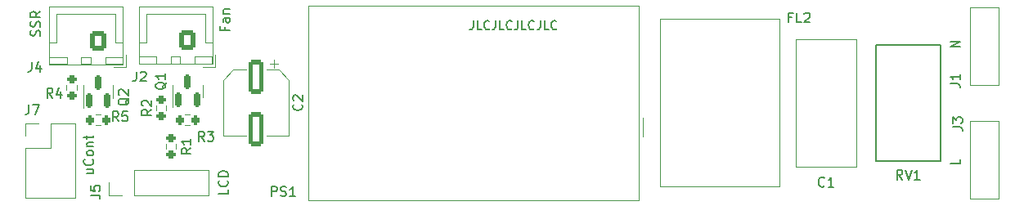
<source format=gbr>
%TF.GenerationSoftware,KiCad,Pcbnew,7.0.5-4d25ed1034~172~ubuntu22.04.1*%
%TF.CreationDate,2023-06-13T21:54:26+03:00*%
%TF.ProjectId,SolderPlate_Power,536f6c64-6572-4506-9c61-74655f506f77,1.0*%
%TF.SameCoordinates,Original*%
%TF.FileFunction,Legend,Top*%
%TF.FilePolarity,Positive*%
%FSLAX46Y46*%
G04 Gerber Fmt 4.6, Leading zero omitted, Abs format (unit mm)*
G04 Created by KiCad (PCBNEW 7.0.5-4d25ed1034~172~ubuntu22.04.1) date 2023-06-13 21:54:26*
%MOMM*%
%LPD*%
G01*
G04 APERTURE LIST*
G04 Aperture macros list*
%AMRoundRect*
0 Rectangle with rounded corners*
0 $1 Rounding radius*
0 $2 $3 $4 $5 $6 $7 $8 $9 X,Y pos of 4 corners*
0 Add a 4 corners polygon primitive as box body*
4,1,4,$2,$3,$4,$5,$6,$7,$8,$9,$2,$3,0*
0 Add four circle primitives for the rounded corners*
1,1,$1+$1,$2,$3*
1,1,$1+$1,$4,$5*
1,1,$1+$1,$6,$7*
1,1,$1+$1,$8,$9*
0 Add four rect primitives between the rounded corners*
20,1,$1+$1,$2,$3,$4,$5,0*
20,1,$1+$1,$4,$5,$6,$7,0*
20,1,$1+$1,$6,$7,$8,$9,0*
20,1,$1+$1,$8,$9,$2,$3,0*%
G04 Aperture macros list end*
%ADD10C,0.150000*%
%ADD11C,0.120000*%
%ADD12C,2.600000*%
%ADD13RoundRect,0.150000X0.150000X-0.587500X0.150000X0.587500X-0.150000X0.587500X-0.150000X-0.587500X0*%
%ADD14RoundRect,0.200000X0.200000X0.275000X-0.200000X0.275000X-0.200000X-0.275000X0.200000X-0.275000X0*%
%ADD15RoundRect,0.200000X0.275000X-0.200000X0.275000X0.200000X-0.275000X0.200000X-0.275000X-0.200000X0*%
%ADD16C,1.800000*%
%ADD17RoundRect,0.250000X0.600000X0.750000X-0.600000X0.750000X-0.600000X-0.750000X0.600000X-0.750000X0*%
%ADD18O,1.700000X2.000000*%
%ADD19C,2.200000*%
%ADD20RoundRect,0.250000X-0.550000X1.500000X-0.550000X-1.500000X0.550000X-1.500000X0.550000X1.500000X0*%
%ADD21RoundRect,0.200000X-0.275000X0.200000X-0.275000X-0.200000X0.275000X-0.200000X0.275000X0.200000X0*%
%ADD22R,1.700000X1.700000*%
%ADD23O,1.700000X1.700000*%
%ADD24R,2.300000X2.000000*%
%ADD25C,2.300000*%
%ADD26C,2.000000*%
G04 APERTURE END LIST*
D10*
X47070112Y19017943D02*
X47070112Y18375086D01*
X47070112Y18375086D02*
X47027255Y18246515D01*
X47027255Y18246515D02*
X46941541Y18160800D01*
X46941541Y18160800D02*
X46812969Y18117943D01*
X46812969Y18117943D02*
X46727255Y18117943D01*
X47927255Y18117943D02*
X47498683Y18117943D01*
X47498683Y18117943D02*
X47498683Y19017943D01*
X48741540Y18203658D02*
X48698683Y18160800D01*
X48698683Y18160800D02*
X48570111Y18117943D01*
X48570111Y18117943D02*
X48484397Y18117943D01*
X48484397Y18117943D02*
X48355826Y18160800D01*
X48355826Y18160800D02*
X48270111Y18246515D01*
X48270111Y18246515D02*
X48227254Y18332229D01*
X48227254Y18332229D02*
X48184397Y18503658D01*
X48184397Y18503658D02*
X48184397Y18632229D01*
X48184397Y18632229D02*
X48227254Y18803658D01*
X48227254Y18803658D02*
X48270111Y18889372D01*
X48270111Y18889372D02*
X48355826Y18975086D01*
X48355826Y18975086D02*
X48484397Y19017943D01*
X48484397Y19017943D02*
X48570111Y19017943D01*
X48570111Y19017943D02*
X48698683Y18975086D01*
X48698683Y18975086D02*
X48741540Y18932229D01*
X49384397Y19017943D02*
X49384397Y18375086D01*
X49384397Y18375086D02*
X49341540Y18246515D01*
X49341540Y18246515D02*
X49255826Y18160800D01*
X49255826Y18160800D02*
X49127254Y18117943D01*
X49127254Y18117943D02*
X49041540Y18117943D01*
X50241540Y18117943D02*
X49812968Y18117943D01*
X49812968Y18117943D02*
X49812968Y19017943D01*
X51055825Y18203658D02*
X51012968Y18160800D01*
X51012968Y18160800D02*
X50884396Y18117943D01*
X50884396Y18117943D02*
X50798682Y18117943D01*
X50798682Y18117943D02*
X50670111Y18160800D01*
X50670111Y18160800D02*
X50584396Y18246515D01*
X50584396Y18246515D02*
X50541539Y18332229D01*
X50541539Y18332229D02*
X50498682Y18503658D01*
X50498682Y18503658D02*
X50498682Y18632229D01*
X50498682Y18632229D02*
X50541539Y18803658D01*
X50541539Y18803658D02*
X50584396Y18889372D01*
X50584396Y18889372D02*
X50670111Y18975086D01*
X50670111Y18975086D02*
X50798682Y19017943D01*
X50798682Y19017943D02*
X50884396Y19017943D01*
X50884396Y19017943D02*
X51012968Y18975086D01*
X51012968Y18975086D02*
X51055825Y18932229D01*
X51698682Y19017943D02*
X51698682Y18375086D01*
X51698682Y18375086D02*
X51655825Y18246515D01*
X51655825Y18246515D02*
X51570111Y18160800D01*
X51570111Y18160800D02*
X51441539Y18117943D01*
X51441539Y18117943D02*
X51355825Y18117943D01*
X52555825Y18117943D02*
X52127253Y18117943D01*
X52127253Y18117943D02*
X52127253Y19017943D01*
X53370110Y18203658D02*
X53327253Y18160800D01*
X53327253Y18160800D02*
X53198681Y18117943D01*
X53198681Y18117943D02*
X53112967Y18117943D01*
X53112967Y18117943D02*
X52984396Y18160800D01*
X52984396Y18160800D02*
X52898681Y18246515D01*
X52898681Y18246515D02*
X52855824Y18332229D01*
X52855824Y18332229D02*
X52812967Y18503658D01*
X52812967Y18503658D02*
X52812967Y18632229D01*
X52812967Y18632229D02*
X52855824Y18803658D01*
X52855824Y18803658D02*
X52898681Y18889372D01*
X52898681Y18889372D02*
X52984396Y18975086D01*
X52984396Y18975086D02*
X53112967Y19017943D01*
X53112967Y19017943D02*
X53198681Y19017943D01*
X53198681Y19017943D02*
X53327253Y18975086D01*
X53327253Y18975086D02*
X53370110Y18932229D01*
X54012967Y19017943D02*
X54012967Y18375086D01*
X54012967Y18375086D02*
X53970110Y18246515D01*
X53970110Y18246515D02*
X53884396Y18160800D01*
X53884396Y18160800D02*
X53755824Y18117943D01*
X53755824Y18117943D02*
X53670110Y18117943D01*
X54870110Y18117943D02*
X54441538Y18117943D01*
X54441538Y18117943D02*
X54441538Y19017943D01*
X55684395Y18203658D02*
X55641538Y18160800D01*
X55641538Y18160800D02*
X55512966Y18117943D01*
X55512966Y18117943D02*
X55427252Y18117943D01*
X55427252Y18117943D02*
X55298681Y18160800D01*
X55298681Y18160800D02*
X55212966Y18246515D01*
X55212966Y18246515D02*
X55170109Y18332229D01*
X55170109Y18332229D02*
X55127252Y18503658D01*
X55127252Y18503658D02*
X55127252Y18632229D01*
X55127252Y18632229D02*
X55170109Y18803658D01*
X55170109Y18803658D02*
X55212966Y18889372D01*
X55212966Y18889372D02*
X55298681Y18975086D01*
X55298681Y18975086D02*
X55427252Y19017943D01*
X55427252Y19017943D02*
X55512966Y19017943D01*
X55512966Y19017943D02*
X55641538Y18975086D01*
X55641538Y18975086D02*
X55684395Y18932229D01*
%TO.C,J3*%
X96704819Y8031667D02*
X97419104Y8031667D01*
X97419104Y8031667D02*
X97561961Y7984048D01*
X97561961Y7984048D02*
X97657200Y7888810D01*
X97657200Y7888810D02*
X97704819Y7745953D01*
X97704819Y7745953D02*
X97704819Y7650715D01*
X96704819Y8412620D02*
X96704819Y9031667D01*
X96704819Y9031667D02*
X97085771Y8698334D01*
X97085771Y8698334D02*
X97085771Y8841191D01*
X97085771Y8841191D02*
X97133390Y8936429D01*
X97133390Y8936429D02*
X97181009Y8984048D01*
X97181009Y8984048D02*
X97276247Y9031667D01*
X97276247Y9031667D02*
X97514342Y9031667D01*
X97514342Y9031667D02*
X97609580Y8984048D01*
X97609580Y8984048D02*
X97657200Y8936429D01*
X97657200Y8936429D02*
X97704819Y8841191D01*
X97704819Y8841191D02*
X97704819Y8555477D01*
X97704819Y8555477D02*
X97657200Y8460239D01*
X97657200Y8460239D02*
X97609580Y8412620D01*
X97454819Y4674524D02*
X97454819Y4198334D01*
X97454819Y4198334D02*
X96454819Y4198334D01*
%TO.C,Q1*%
X15300057Y12654762D02*
X15252438Y12559524D01*
X15252438Y12559524D02*
X15157200Y12464286D01*
X15157200Y12464286D02*
X15014342Y12321429D01*
X15014342Y12321429D02*
X14966723Y12226191D01*
X14966723Y12226191D02*
X14966723Y12130953D01*
X15204819Y12178572D02*
X15157200Y12083334D01*
X15157200Y12083334D02*
X15061961Y11988096D01*
X15061961Y11988096D02*
X14871485Y11940477D01*
X14871485Y11940477D02*
X14538152Y11940477D01*
X14538152Y11940477D02*
X14347676Y11988096D01*
X14347676Y11988096D02*
X14252438Y12083334D01*
X14252438Y12083334D02*
X14204819Y12178572D01*
X14204819Y12178572D02*
X14204819Y12369048D01*
X14204819Y12369048D02*
X14252438Y12464286D01*
X14252438Y12464286D02*
X14347676Y12559524D01*
X14347676Y12559524D02*
X14538152Y12607143D01*
X14538152Y12607143D02*
X14871485Y12607143D01*
X14871485Y12607143D02*
X15061961Y12559524D01*
X15061961Y12559524D02*
X15157200Y12464286D01*
X15157200Y12464286D02*
X15204819Y12369048D01*
X15204819Y12369048D02*
X15204819Y12178572D01*
X15204819Y13559524D02*
X15204819Y12988096D01*
X15204819Y13273810D02*
X14204819Y13273810D01*
X14204819Y13273810D02*
X14347676Y13178572D01*
X14347676Y13178572D02*
X14442914Y13083334D01*
X14442914Y13083334D02*
X14490533Y12988096D01*
%TO.C,R5*%
X10358333Y8615181D02*
X10025000Y9091372D01*
X9786905Y8615181D02*
X9786905Y9615181D01*
X9786905Y9615181D02*
X10167857Y9615181D01*
X10167857Y9615181D02*
X10263095Y9567562D01*
X10263095Y9567562D02*
X10310714Y9519943D01*
X10310714Y9519943D02*
X10358333Y9424705D01*
X10358333Y9424705D02*
X10358333Y9281848D01*
X10358333Y9281848D02*
X10310714Y9186610D01*
X10310714Y9186610D02*
X10263095Y9138991D01*
X10263095Y9138991D02*
X10167857Y9091372D01*
X10167857Y9091372D02*
X9786905Y9091372D01*
X11263095Y9615181D02*
X10786905Y9615181D01*
X10786905Y9615181D02*
X10739286Y9138991D01*
X10739286Y9138991D02*
X10786905Y9186610D01*
X10786905Y9186610D02*
X10882143Y9234229D01*
X10882143Y9234229D02*
X11120238Y9234229D01*
X11120238Y9234229D02*
X11215476Y9186610D01*
X11215476Y9186610D02*
X11263095Y9138991D01*
X11263095Y9138991D02*
X11310714Y9043753D01*
X11310714Y9043753D02*
X11310714Y8805658D01*
X11310714Y8805658D02*
X11263095Y8710420D01*
X11263095Y8710420D02*
X11215476Y8662800D01*
X11215476Y8662800D02*
X11120238Y8615181D01*
X11120238Y8615181D02*
X10882143Y8615181D01*
X10882143Y8615181D02*
X10786905Y8662800D01*
X10786905Y8662800D02*
X10739286Y8710420D01*
%TO.C,R4*%
X3533333Y11045181D02*
X3200000Y11521372D01*
X2961905Y11045181D02*
X2961905Y12045181D01*
X2961905Y12045181D02*
X3342857Y12045181D01*
X3342857Y12045181D02*
X3438095Y11997562D01*
X3438095Y11997562D02*
X3485714Y11949943D01*
X3485714Y11949943D02*
X3533333Y11854705D01*
X3533333Y11854705D02*
X3533333Y11711848D01*
X3533333Y11711848D02*
X3485714Y11616610D01*
X3485714Y11616610D02*
X3438095Y11568991D01*
X3438095Y11568991D02*
X3342857Y11521372D01*
X3342857Y11521372D02*
X2961905Y11521372D01*
X4390476Y11711848D02*
X4390476Y11045181D01*
X4152381Y12092800D02*
X3914286Y11378515D01*
X3914286Y11378515D02*
X4533333Y11378515D01*
%TO.C,RV1*%
X91504761Y2570181D02*
X91171428Y3046372D01*
X90933333Y2570181D02*
X90933333Y3570181D01*
X90933333Y3570181D02*
X91314285Y3570181D01*
X91314285Y3570181D02*
X91409523Y3522562D01*
X91409523Y3522562D02*
X91457142Y3474943D01*
X91457142Y3474943D02*
X91504761Y3379705D01*
X91504761Y3379705D02*
X91504761Y3236848D01*
X91504761Y3236848D02*
X91457142Y3141610D01*
X91457142Y3141610D02*
X91409523Y3093991D01*
X91409523Y3093991D02*
X91314285Y3046372D01*
X91314285Y3046372D02*
X90933333Y3046372D01*
X91790476Y3570181D02*
X92123809Y2570181D01*
X92123809Y2570181D02*
X92457142Y3570181D01*
X93314285Y2570181D02*
X92742857Y2570181D01*
X93028571Y2570181D02*
X93028571Y3570181D01*
X93028571Y3570181D02*
X92933333Y3427324D01*
X92933333Y3427324D02*
X92838095Y3332086D01*
X92838095Y3332086D02*
X92742857Y3284467D01*
%TO.C,J4*%
X1366666Y14745181D02*
X1366666Y14030896D01*
X1366666Y14030896D02*
X1319047Y13888039D01*
X1319047Y13888039D02*
X1223809Y13792800D01*
X1223809Y13792800D02*
X1080952Y13745181D01*
X1080952Y13745181D02*
X985714Y13745181D01*
X2271428Y14411848D02*
X2271428Y13745181D01*
X2033333Y14792800D02*
X1795238Y14078515D01*
X1795238Y14078515D02*
X2414285Y14078515D01*
X2207200Y17438096D02*
X2254819Y17580953D01*
X2254819Y17580953D02*
X2254819Y17819048D01*
X2254819Y17819048D02*
X2207200Y17914286D01*
X2207200Y17914286D02*
X2159580Y17961905D01*
X2159580Y17961905D02*
X2064342Y18009524D01*
X2064342Y18009524D02*
X1969104Y18009524D01*
X1969104Y18009524D02*
X1873866Y17961905D01*
X1873866Y17961905D02*
X1826247Y17914286D01*
X1826247Y17914286D02*
X1778628Y17819048D01*
X1778628Y17819048D02*
X1731009Y17628572D01*
X1731009Y17628572D02*
X1683390Y17533334D01*
X1683390Y17533334D02*
X1635771Y17485715D01*
X1635771Y17485715D02*
X1540533Y17438096D01*
X1540533Y17438096D02*
X1445295Y17438096D01*
X1445295Y17438096D02*
X1350057Y17485715D01*
X1350057Y17485715D02*
X1302438Y17533334D01*
X1302438Y17533334D02*
X1254819Y17628572D01*
X1254819Y17628572D02*
X1254819Y17866667D01*
X1254819Y17866667D02*
X1302438Y18009524D01*
X2207200Y18390477D02*
X2254819Y18533334D01*
X2254819Y18533334D02*
X2254819Y18771429D01*
X2254819Y18771429D02*
X2207200Y18866667D01*
X2207200Y18866667D02*
X2159580Y18914286D01*
X2159580Y18914286D02*
X2064342Y18961905D01*
X2064342Y18961905D02*
X1969104Y18961905D01*
X1969104Y18961905D02*
X1873866Y18914286D01*
X1873866Y18914286D02*
X1826247Y18866667D01*
X1826247Y18866667D02*
X1778628Y18771429D01*
X1778628Y18771429D02*
X1731009Y18580953D01*
X1731009Y18580953D02*
X1683390Y18485715D01*
X1683390Y18485715D02*
X1635771Y18438096D01*
X1635771Y18438096D02*
X1540533Y18390477D01*
X1540533Y18390477D02*
X1445295Y18390477D01*
X1445295Y18390477D02*
X1350057Y18438096D01*
X1350057Y18438096D02*
X1302438Y18485715D01*
X1302438Y18485715D02*
X1254819Y18580953D01*
X1254819Y18580953D02*
X1254819Y18819048D01*
X1254819Y18819048D02*
X1302438Y18961905D01*
X2254819Y19961905D02*
X1778628Y19628572D01*
X2254819Y19390477D02*
X1254819Y19390477D01*
X1254819Y19390477D02*
X1254819Y19771429D01*
X1254819Y19771429D02*
X1302438Y19866667D01*
X1302438Y19866667D02*
X1350057Y19914286D01*
X1350057Y19914286D02*
X1445295Y19961905D01*
X1445295Y19961905D02*
X1588152Y19961905D01*
X1588152Y19961905D02*
X1683390Y19914286D01*
X1683390Y19914286D02*
X1731009Y19866667D01*
X1731009Y19866667D02*
X1778628Y19771429D01*
X1778628Y19771429D02*
X1778628Y19390477D01*
%TO.C,FL2*%
X80061904Y19368991D02*
X79728571Y19368991D01*
X79728571Y18845181D02*
X79728571Y19845181D01*
X79728571Y19845181D02*
X80204761Y19845181D01*
X81061904Y18845181D02*
X80585714Y18845181D01*
X80585714Y18845181D02*
X80585714Y19845181D01*
X81347619Y19749943D02*
X81395238Y19797562D01*
X81395238Y19797562D02*
X81490476Y19845181D01*
X81490476Y19845181D02*
X81728571Y19845181D01*
X81728571Y19845181D02*
X81823809Y19797562D01*
X81823809Y19797562D02*
X81871428Y19749943D01*
X81871428Y19749943D02*
X81919047Y19654705D01*
X81919047Y19654705D02*
X81919047Y19559467D01*
X81919047Y19559467D02*
X81871428Y19416610D01*
X81871428Y19416610D02*
X81300000Y18845181D01*
X81300000Y18845181D02*
X81919047Y18845181D01*
%TO.C,Q2*%
X11450057Y11004762D02*
X11402438Y10909524D01*
X11402438Y10909524D02*
X11307200Y10814286D01*
X11307200Y10814286D02*
X11164342Y10671429D01*
X11164342Y10671429D02*
X11116723Y10576191D01*
X11116723Y10576191D02*
X11116723Y10480953D01*
X11354819Y10528572D02*
X11307200Y10433334D01*
X11307200Y10433334D02*
X11211961Y10338096D01*
X11211961Y10338096D02*
X11021485Y10290477D01*
X11021485Y10290477D02*
X10688152Y10290477D01*
X10688152Y10290477D02*
X10497676Y10338096D01*
X10497676Y10338096D02*
X10402438Y10433334D01*
X10402438Y10433334D02*
X10354819Y10528572D01*
X10354819Y10528572D02*
X10354819Y10719048D01*
X10354819Y10719048D02*
X10402438Y10814286D01*
X10402438Y10814286D02*
X10497676Y10909524D01*
X10497676Y10909524D02*
X10688152Y10957143D01*
X10688152Y10957143D02*
X11021485Y10957143D01*
X11021485Y10957143D02*
X11211961Y10909524D01*
X11211961Y10909524D02*
X11307200Y10814286D01*
X11307200Y10814286D02*
X11354819Y10719048D01*
X11354819Y10719048D02*
X11354819Y10528572D01*
X10450057Y11338096D02*
X10402438Y11385715D01*
X10402438Y11385715D02*
X10354819Y11480953D01*
X10354819Y11480953D02*
X10354819Y11719048D01*
X10354819Y11719048D02*
X10402438Y11814286D01*
X10402438Y11814286D02*
X10450057Y11861905D01*
X10450057Y11861905D02*
X10545295Y11909524D01*
X10545295Y11909524D02*
X10640533Y11909524D01*
X10640533Y11909524D02*
X10783390Y11861905D01*
X10783390Y11861905D02*
X11354819Y11290477D01*
X11354819Y11290477D02*
X11354819Y11909524D01*
%TO.C,R3*%
X19233333Y6545181D02*
X18900000Y7021372D01*
X18661905Y6545181D02*
X18661905Y7545181D01*
X18661905Y7545181D02*
X19042857Y7545181D01*
X19042857Y7545181D02*
X19138095Y7497562D01*
X19138095Y7497562D02*
X19185714Y7449943D01*
X19185714Y7449943D02*
X19233333Y7354705D01*
X19233333Y7354705D02*
X19233333Y7211848D01*
X19233333Y7211848D02*
X19185714Y7116610D01*
X19185714Y7116610D02*
X19138095Y7068991D01*
X19138095Y7068991D02*
X19042857Y7021372D01*
X19042857Y7021372D02*
X18661905Y7021372D01*
X19566667Y7545181D02*
X20185714Y7545181D01*
X20185714Y7545181D02*
X19852381Y7164229D01*
X19852381Y7164229D02*
X19995238Y7164229D01*
X19995238Y7164229D02*
X20090476Y7116610D01*
X20090476Y7116610D02*
X20138095Y7068991D01*
X20138095Y7068991D02*
X20185714Y6973753D01*
X20185714Y6973753D02*
X20185714Y6735658D01*
X20185714Y6735658D02*
X20138095Y6640420D01*
X20138095Y6640420D02*
X20090476Y6592800D01*
X20090476Y6592800D02*
X19995238Y6545181D01*
X19995238Y6545181D02*
X19709524Y6545181D01*
X19709524Y6545181D02*
X19614286Y6592800D01*
X19614286Y6592800D02*
X19566667Y6640420D01*
%TO.C,C2*%
X29309580Y10358334D02*
X29357200Y10310715D01*
X29357200Y10310715D02*
X29404819Y10167858D01*
X29404819Y10167858D02*
X29404819Y10072620D01*
X29404819Y10072620D02*
X29357200Y9929763D01*
X29357200Y9929763D02*
X29261961Y9834525D01*
X29261961Y9834525D02*
X29166723Y9786906D01*
X29166723Y9786906D02*
X28976247Y9739287D01*
X28976247Y9739287D02*
X28833390Y9739287D01*
X28833390Y9739287D02*
X28642914Y9786906D01*
X28642914Y9786906D02*
X28547676Y9834525D01*
X28547676Y9834525D02*
X28452438Y9929763D01*
X28452438Y9929763D02*
X28404819Y10072620D01*
X28404819Y10072620D02*
X28404819Y10167858D01*
X28404819Y10167858D02*
X28452438Y10310715D01*
X28452438Y10310715D02*
X28500057Y10358334D01*
X28500057Y10739287D02*
X28452438Y10786906D01*
X28452438Y10786906D02*
X28404819Y10882144D01*
X28404819Y10882144D02*
X28404819Y11120239D01*
X28404819Y11120239D02*
X28452438Y11215477D01*
X28452438Y11215477D02*
X28500057Y11263096D01*
X28500057Y11263096D02*
X28595295Y11310715D01*
X28595295Y11310715D02*
X28690533Y11310715D01*
X28690533Y11310715D02*
X28833390Y11263096D01*
X28833390Y11263096D02*
X29404819Y10691668D01*
X29404819Y10691668D02*
X29404819Y11310715D01*
%TO.C,R2*%
X13774819Y9833334D02*
X13298628Y9500001D01*
X13774819Y9261906D02*
X12774819Y9261906D01*
X12774819Y9261906D02*
X12774819Y9642858D01*
X12774819Y9642858D02*
X12822438Y9738096D01*
X12822438Y9738096D02*
X12870057Y9785715D01*
X12870057Y9785715D02*
X12965295Y9833334D01*
X12965295Y9833334D02*
X13108152Y9833334D01*
X13108152Y9833334D02*
X13203390Y9785715D01*
X13203390Y9785715D02*
X13251009Y9738096D01*
X13251009Y9738096D02*
X13298628Y9642858D01*
X13298628Y9642858D02*
X13298628Y9261906D01*
X12870057Y10214287D02*
X12822438Y10261906D01*
X12822438Y10261906D02*
X12774819Y10357144D01*
X12774819Y10357144D02*
X12774819Y10595239D01*
X12774819Y10595239D02*
X12822438Y10690477D01*
X12822438Y10690477D02*
X12870057Y10738096D01*
X12870057Y10738096D02*
X12965295Y10785715D01*
X12965295Y10785715D02*
X13060533Y10785715D01*
X13060533Y10785715D02*
X13203390Y10738096D01*
X13203390Y10738096D02*
X13774819Y10166668D01*
X13774819Y10166668D02*
X13774819Y10785715D01*
%TO.C,J2*%
X12206666Y13745181D02*
X12206666Y13030896D01*
X12206666Y13030896D02*
X12159047Y12888039D01*
X12159047Y12888039D02*
X12063809Y12792800D01*
X12063809Y12792800D02*
X11920952Y12745181D01*
X11920952Y12745181D02*
X11825714Y12745181D01*
X12635238Y13649943D02*
X12682857Y13697562D01*
X12682857Y13697562D02*
X12778095Y13745181D01*
X12778095Y13745181D02*
X13016190Y13745181D01*
X13016190Y13745181D02*
X13111428Y13697562D01*
X13111428Y13697562D02*
X13159047Y13649943D01*
X13159047Y13649943D02*
X13206666Y13554705D01*
X13206666Y13554705D02*
X13206666Y13459467D01*
X13206666Y13459467D02*
X13159047Y13316610D01*
X13159047Y13316610D02*
X12587619Y12745181D01*
X12587619Y12745181D02*
X13206666Y12745181D01*
X21331009Y18338096D02*
X21331009Y18004763D01*
X21854819Y18004763D02*
X20854819Y18004763D01*
X20854819Y18004763D02*
X20854819Y18480953D01*
X21854819Y19290477D02*
X21331009Y19290477D01*
X21331009Y19290477D02*
X21235771Y19242858D01*
X21235771Y19242858D02*
X21188152Y19147620D01*
X21188152Y19147620D02*
X21188152Y18957144D01*
X21188152Y18957144D02*
X21235771Y18861906D01*
X21807200Y19290477D02*
X21854819Y19195239D01*
X21854819Y19195239D02*
X21854819Y18957144D01*
X21854819Y18957144D02*
X21807200Y18861906D01*
X21807200Y18861906D02*
X21711961Y18814287D01*
X21711961Y18814287D02*
X21616723Y18814287D01*
X21616723Y18814287D02*
X21521485Y18861906D01*
X21521485Y18861906D02*
X21473866Y18957144D01*
X21473866Y18957144D02*
X21473866Y19195239D01*
X21473866Y19195239D02*
X21426247Y19290477D01*
X21188152Y19766668D02*
X21854819Y19766668D01*
X21283390Y19766668D02*
X21235771Y19814287D01*
X21235771Y19814287D02*
X21188152Y19909525D01*
X21188152Y19909525D02*
X21188152Y20052382D01*
X21188152Y20052382D02*
X21235771Y20147620D01*
X21235771Y20147620D02*
X21331009Y20195239D01*
X21331009Y20195239D02*
X21854819Y20195239D01*
%TO.C,R1*%
X17854819Y5833334D02*
X17378628Y5500001D01*
X17854819Y5261906D02*
X16854819Y5261906D01*
X16854819Y5261906D02*
X16854819Y5642858D01*
X16854819Y5642858D02*
X16902438Y5738096D01*
X16902438Y5738096D02*
X16950057Y5785715D01*
X16950057Y5785715D02*
X17045295Y5833334D01*
X17045295Y5833334D02*
X17188152Y5833334D01*
X17188152Y5833334D02*
X17283390Y5785715D01*
X17283390Y5785715D02*
X17331009Y5738096D01*
X17331009Y5738096D02*
X17378628Y5642858D01*
X17378628Y5642858D02*
X17378628Y5261906D01*
X17854819Y6785715D02*
X17854819Y6214287D01*
X17854819Y6500001D02*
X16854819Y6500001D01*
X16854819Y6500001D02*
X16997676Y6404763D01*
X16997676Y6404763D02*
X17092914Y6309525D01*
X17092914Y6309525D02*
X17140533Y6214287D01*
%TO.C,J7*%
X1066666Y10345181D02*
X1066666Y9630896D01*
X1066666Y9630896D02*
X1019047Y9488039D01*
X1019047Y9488039D02*
X923809Y9392800D01*
X923809Y9392800D02*
X780952Y9345181D01*
X780952Y9345181D02*
X685714Y9345181D01*
X1447619Y10345181D02*
X2114285Y10345181D01*
X2114285Y10345181D02*
X1685714Y9345181D01*
X7088152Y3623810D02*
X7754819Y3623810D01*
X7088152Y3195239D02*
X7611961Y3195239D01*
X7611961Y3195239D02*
X7707200Y3242858D01*
X7707200Y3242858D02*
X7754819Y3338096D01*
X7754819Y3338096D02*
X7754819Y3480953D01*
X7754819Y3480953D02*
X7707200Y3576191D01*
X7707200Y3576191D02*
X7659580Y3623810D01*
X7659580Y4671429D02*
X7707200Y4623810D01*
X7707200Y4623810D02*
X7754819Y4480953D01*
X7754819Y4480953D02*
X7754819Y4385715D01*
X7754819Y4385715D02*
X7707200Y4242858D01*
X7707200Y4242858D02*
X7611961Y4147620D01*
X7611961Y4147620D02*
X7516723Y4100001D01*
X7516723Y4100001D02*
X7326247Y4052382D01*
X7326247Y4052382D02*
X7183390Y4052382D01*
X7183390Y4052382D02*
X6992914Y4100001D01*
X6992914Y4100001D02*
X6897676Y4147620D01*
X6897676Y4147620D02*
X6802438Y4242858D01*
X6802438Y4242858D02*
X6754819Y4385715D01*
X6754819Y4385715D02*
X6754819Y4480953D01*
X6754819Y4480953D02*
X6802438Y4623810D01*
X6802438Y4623810D02*
X6850057Y4671429D01*
X7754819Y5242858D02*
X7707200Y5147620D01*
X7707200Y5147620D02*
X7659580Y5100001D01*
X7659580Y5100001D02*
X7564342Y5052382D01*
X7564342Y5052382D02*
X7278628Y5052382D01*
X7278628Y5052382D02*
X7183390Y5100001D01*
X7183390Y5100001D02*
X7135771Y5147620D01*
X7135771Y5147620D02*
X7088152Y5242858D01*
X7088152Y5242858D02*
X7088152Y5385715D01*
X7088152Y5385715D02*
X7135771Y5480953D01*
X7135771Y5480953D02*
X7183390Y5528572D01*
X7183390Y5528572D02*
X7278628Y5576191D01*
X7278628Y5576191D02*
X7564342Y5576191D01*
X7564342Y5576191D02*
X7659580Y5528572D01*
X7659580Y5528572D02*
X7707200Y5480953D01*
X7707200Y5480953D02*
X7754819Y5385715D01*
X7754819Y5385715D02*
X7754819Y5242858D01*
X7088152Y6004763D02*
X7754819Y6004763D01*
X7183390Y6004763D02*
X7135771Y6052382D01*
X7135771Y6052382D02*
X7088152Y6147620D01*
X7088152Y6147620D02*
X7088152Y6290477D01*
X7088152Y6290477D02*
X7135771Y6385715D01*
X7135771Y6385715D02*
X7231009Y6433334D01*
X7231009Y6433334D02*
X7754819Y6433334D01*
X7088152Y6766668D02*
X7088152Y7147620D01*
X6754819Y6909525D02*
X7611961Y6909525D01*
X7611961Y6909525D02*
X7707200Y6957144D01*
X7707200Y6957144D02*
X7754819Y7052382D01*
X7754819Y7052382D02*
X7754819Y7147620D01*
%TO.C,J1*%
X96454819Y12501667D02*
X97169104Y12501667D01*
X97169104Y12501667D02*
X97311961Y12454048D01*
X97311961Y12454048D02*
X97407200Y12358810D01*
X97407200Y12358810D02*
X97454819Y12215953D01*
X97454819Y12215953D02*
X97454819Y12120715D01*
X97454819Y13501667D02*
X97454819Y12930239D01*
X97454819Y13215953D02*
X96454819Y13215953D01*
X96454819Y13215953D02*
X96597676Y13120715D01*
X96597676Y13120715D02*
X96692914Y13025477D01*
X96692914Y13025477D02*
X96740533Y12930239D01*
X97454819Y16299287D02*
X96454819Y16299287D01*
X96454819Y16299287D02*
X97454819Y16870715D01*
X97454819Y16870715D02*
X96454819Y16870715D01*
%TO.C,PS1*%
X26185714Y845181D02*
X26185714Y1845181D01*
X26185714Y1845181D02*
X26566666Y1845181D01*
X26566666Y1845181D02*
X26661904Y1797562D01*
X26661904Y1797562D02*
X26709523Y1749943D01*
X26709523Y1749943D02*
X26757142Y1654705D01*
X26757142Y1654705D02*
X26757142Y1511848D01*
X26757142Y1511848D02*
X26709523Y1416610D01*
X26709523Y1416610D02*
X26661904Y1368991D01*
X26661904Y1368991D02*
X26566666Y1321372D01*
X26566666Y1321372D02*
X26185714Y1321372D01*
X27138095Y892800D02*
X27280952Y845181D01*
X27280952Y845181D02*
X27519047Y845181D01*
X27519047Y845181D02*
X27614285Y892800D01*
X27614285Y892800D02*
X27661904Y940420D01*
X27661904Y940420D02*
X27709523Y1035658D01*
X27709523Y1035658D02*
X27709523Y1130896D01*
X27709523Y1130896D02*
X27661904Y1226134D01*
X27661904Y1226134D02*
X27614285Y1273753D01*
X27614285Y1273753D02*
X27519047Y1321372D01*
X27519047Y1321372D02*
X27328571Y1368991D01*
X27328571Y1368991D02*
X27233333Y1416610D01*
X27233333Y1416610D02*
X27185714Y1464229D01*
X27185714Y1464229D02*
X27138095Y1559467D01*
X27138095Y1559467D02*
X27138095Y1654705D01*
X27138095Y1654705D02*
X27185714Y1749943D01*
X27185714Y1749943D02*
X27233333Y1797562D01*
X27233333Y1797562D02*
X27328571Y1845181D01*
X27328571Y1845181D02*
X27566666Y1845181D01*
X27566666Y1845181D02*
X27709523Y1797562D01*
X28661904Y845181D02*
X28090476Y845181D01*
X28376190Y845181D02*
X28376190Y1845181D01*
X28376190Y1845181D02*
X28280952Y1702324D01*
X28280952Y1702324D02*
X28185714Y1607086D01*
X28185714Y1607086D02*
X28090476Y1559467D01*
%TO.C,C1*%
X83433333Y1915420D02*
X83385714Y1867800D01*
X83385714Y1867800D02*
X83242857Y1820181D01*
X83242857Y1820181D02*
X83147619Y1820181D01*
X83147619Y1820181D02*
X83004762Y1867800D01*
X83004762Y1867800D02*
X82909524Y1963039D01*
X82909524Y1963039D02*
X82861905Y2058277D01*
X82861905Y2058277D02*
X82814286Y2248753D01*
X82814286Y2248753D02*
X82814286Y2391610D01*
X82814286Y2391610D02*
X82861905Y2582086D01*
X82861905Y2582086D02*
X82909524Y2677324D01*
X82909524Y2677324D02*
X83004762Y2772562D01*
X83004762Y2772562D02*
X83147619Y2820181D01*
X83147619Y2820181D02*
X83242857Y2820181D01*
X83242857Y2820181D02*
X83385714Y2772562D01*
X83385714Y2772562D02*
X83433333Y2724943D01*
X84385714Y1820181D02*
X83814286Y1820181D01*
X84100000Y1820181D02*
X84100000Y2820181D01*
X84100000Y2820181D02*
X84004762Y2677324D01*
X84004762Y2677324D02*
X83909524Y2582086D01*
X83909524Y2582086D02*
X83814286Y2534467D01*
%TO.C,J5*%
X7454819Y966667D02*
X8169104Y966667D01*
X8169104Y966667D02*
X8311961Y919048D01*
X8311961Y919048D02*
X8407200Y823810D01*
X8407200Y823810D02*
X8454819Y680953D01*
X8454819Y680953D02*
X8454819Y585715D01*
X7454819Y1919048D02*
X7454819Y1442858D01*
X7454819Y1442858D02*
X7931009Y1395239D01*
X7931009Y1395239D02*
X7883390Y1442858D01*
X7883390Y1442858D02*
X7835771Y1538096D01*
X7835771Y1538096D02*
X7835771Y1776191D01*
X7835771Y1776191D02*
X7883390Y1871429D01*
X7883390Y1871429D02*
X7931009Y1919048D01*
X7931009Y1919048D02*
X8026247Y1966667D01*
X8026247Y1966667D02*
X8264342Y1966667D01*
X8264342Y1966667D02*
X8359580Y1919048D01*
X8359580Y1919048D02*
X8407200Y1871429D01*
X8407200Y1871429D02*
X8454819Y1776191D01*
X8454819Y1776191D02*
X8454819Y1538096D01*
X8454819Y1538096D02*
X8407200Y1442858D01*
X8407200Y1442858D02*
X8359580Y1395239D01*
X21704819Y1559524D02*
X21704819Y1083334D01*
X21704819Y1083334D02*
X20704819Y1083334D01*
X21609580Y2464286D02*
X21657200Y2416667D01*
X21657200Y2416667D02*
X21704819Y2273810D01*
X21704819Y2273810D02*
X21704819Y2178572D01*
X21704819Y2178572D02*
X21657200Y2035715D01*
X21657200Y2035715D02*
X21561961Y1940477D01*
X21561961Y1940477D02*
X21466723Y1892858D01*
X21466723Y1892858D02*
X21276247Y1845239D01*
X21276247Y1845239D02*
X21133390Y1845239D01*
X21133390Y1845239D02*
X20942914Y1892858D01*
X20942914Y1892858D02*
X20847676Y1940477D01*
X20847676Y1940477D02*
X20752438Y2035715D01*
X20752438Y2035715D02*
X20704819Y2178572D01*
X20704819Y2178572D02*
X20704819Y2273810D01*
X20704819Y2273810D02*
X20752438Y2416667D01*
X20752438Y2416667D02*
X20800057Y2464286D01*
X21704819Y2892858D02*
X20704819Y2892858D01*
X20704819Y2892858D02*
X20704819Y3130953D01*
X20704819Y3130953D02*
X20752438Y3273810D01*
X20752438Y3273810D02*
X20847676Y3369048D01*
X20847676Y3369048D02*
X20942914Y3416667D01*
X20942914Y3416667D02*
X21133390Y3464286D01*
X21133390Y3464286D02*
X21276247Y3464286D01*
X21276247Y3464286D02*
X21466723Y3416667D01*
X21466723Y3416667D02*
X21561961Y3369048D01*
X21561961Y3369048D02*
X21657200Y3273810D01*
X21657200Y3273810D02*
X21704819Y3130953D01*
X21704819Y3130953D02*
X21704819Y2892858D01*
D11*
%TO.C,J3*%
X98500000Y560000D02*
X101500000Y560000D01*
X98500000Y560000D02*
X98500000Y8660000D01*
X101500000Y8660000D02*
X101500000Y560000D01*
X101500000Y8660000D02*
X98500000Y8660000D01*
%TO.C,Q1*%
X15940000Y11750000D02*
X15940000Y10075000D01*
X15940000Y11750000D02*
X15940000Y12400000D01*
X19060000Y11750000D02*
X19060000Y11100000D01*
X19060000Y11750000D02*
X19060000Y12400000D01*
%TO.C,R5*%
X8487258Y8227500D02*
X8012742Y8227500D01*
X8487258Y9272500D02*
X8012742Y9272500D01*
%TO.C,R4*%
X4977500Y11862742D02*
X4977500Y12337258D01*
X6022500Y11862742D02*
X6022500Y12337258D01*
D10*
%TO.C,RV1*%
X95450000Y16525000D02*
X88750000Y16525000D01*
X95450000Y16525000D02*
X95450000Y4525000D01*
X88750000Y16525000D02*
X88750000Y4525000D01*
X95450000Y4525000D02*
X88750000Y4525000D01*
D11*
%TO.C,J4*%
X11100000Y14225000D02*
X11100000Y15475000D01*
X10810000Y14515000D02*
X10810000Y20485000D01*
X10810000Y20485000D02*
X3190000Y20485000D01*
X10800000Y14525000D02*
X10800000Y15275000D01*
X10800000Y15275000D02*
X9000000Y15275000D01*
X10800000Y16775000D02*
X10050000Y16775000D01*
X10050000Y16775000D02*
X10050000Y19725000D01*
X10050000Y19725000D02*
X7000000Y19725000D01*
X9850000Y14225000D02*
X11100000Y14225000D01*
X9000000Y14525000D02*
X10800000Y14525000D01*
X9000000Y15275000D02*
X9000000Y14525000D01*
X7500000Y14525000D02*
X7500000Y15275000D01*
X7500000Y15275000D02*
X6500000Y15275000D01*
X6500000Y14525000D02*
X7500000Y14525000D01*
X6500000Y15275000D02*
X6500000Y14525000D01*
X5000000Y14525000D02*
X5000000Y15275000D01*
X5000000Y15275000D02*
X3200000Y15275000D01*
X3950000Y16775000D02*
X3950000Y19725000D01*
X3950000Y19725000D02*
X7000000Y19725000D01*
X3200000Y14525000D02*
X5000000Y14525000D01*
X3200000Y15275000D02*
X3200000Y14525000D01*
X3200000Y16775000D02*
X3950000Y16775000D01*
X3190000Y14515000D02*
X10810000Y14515000D01*
X3190000Y20485000D02*
X3190000Y14515000D01*
%TO.C,FL2*%
X78800000Y1825000D02*
X66400000Y1825000D01*
X78800000Y19225000D02*
X78800000Y1825000D01*
X66400000Y1825000D02*
X66400000Y19225000D01*
X66400000Y19225000D02*
X78800000Y19225000D01*
%TO.C,Q2*%
X6690000Y11687500D02*
X6690000Y10012500D01*
X6690000Y11687500D02*
X6690000Y12337500D01*
X9810000Y11687500D02*
X9810000Y11037500D01*
X9810000Y11687500D02*
X9810000Y12337500D01*
%TO.C,R3*%
X17737258Y8227500D02*
X17262742Y8227500D01*
X17737258Y9272500D02*
X17262742Y9272500D01*
%TO.C,C2*%
X26447500Y14962500D02*
X26447500Y14175000D01*
X26841250Y14568750D02*
X26053750Y14568750D01*
X26945563Y13935000D02*
X25660000Y13935000D01*
X26945563Y13935000D02*
X28010000Y12870563D01*
X22254437Y13935000D02*
X23540000Y13935000D01*
X22254437Y13935000D02*
X21190000Y12870563D01*
X28010000Y12870563D02*
X28010000Y7115000D01*
X21190000Y12870563D02*
X21190000Y7115000D01*
X28010000Y7115000D02*
X25660000Y7115000D01*
X21190000Y7115000D02*
X23540000Y7115000D01*
%TO.C,R2*%
X14227500Y9762742D02*
X14227500Y10237258D01*
X15272500Y9762742D02*
X15272500Y10237258D01*
%TO.C,J2*%
X20350000Y14250000D02*
X20350000Y15500000D01*
X20060000Y14540000D02*
X20060000Y20510000D01*
X20060000Y20510000D02*
X12440000Y20510000D01*
X20050000Y14550000D02*
X20050000Y15300000D01*
X20050000Y15300000D02*
X18250000Y15300000D01*
X20050000Y16800000D02*
X19300000Y16800000D01*
X19300000Y16800000D02*
X19300000Y19750000D01*
X19300000Y19750000D02*
X16250000Y19750000D01*
X19100000Y14250000D02*
X20350000Y14250000D01*
X18250000Y14550000D02*
X20050000Y14550000D01*
X18250000Y15300000D02*
X18250000Y14550000D01*
X16750000Y14550000D02*
X16750000Y15300000D01*
X16750000Y15300000D02*
X15750000Y15300000D01*
X15750000Y14550000D02*
X16750000Y14550000D01*
X15750000Y15300000D02*
X15750000Y14550000D01*
X14250000Y14550000D02*
X14250000Y15300000D01*
X14250000Y15300000D02*
X12450000Y15300000D01*
X13200000Y16800000D02*
X13200000Y19750000D01*
X13200000Y19750000D02*
X16250000Y19750000D01*
X12450000Y14550000D02*
X14250000Y14550000D01*
X12450000Y15300000D02*
X12450000Y14550000D01*
X12450000Y16800000D02*
X13200000Y16800000D01*
X12440000Y14540000D02*
X20060000Y14540000D01*
X12440000Y20510000D02*
X12440000Y14540000D01*
%TO.C,R1*%
X16297500Y6237258D02*
X16297500Y5762742D01*
X15252500Y6237258D02*
X15252500Y5762742D01*
%TO.C,J7*%
X695000Y8410000D02*
X2025000Y8410000D01*
X695000Y7080000D02*
X695000Y8410000D01*
X695000Y5810000D02*
X695000Y670000D01*
X695000Y5810000D02*
X3295000Y5810000D01*
X695000Y670000D02*
X5895000Y670000D01*
X3295000Y8410000D02*
X5895000Y8410000D01*
X3295000Y5810000D02*
X3295000Y8410000D01*
X5895000Y8410000D02*
X5895000Y670000D01*
%TO.C,J1*%
X101500000Y20440000D02*
X98500000Y20440000D01*
X101500000Y20440000D02*
X101500000Y12340000D01*
X98500000Y12340000D02*
X98500000Y20440000D01*
X98500000Y12340000D02*
X101500000Y12340000D01*
%TO.C,PS1*%
X64602500Y7000000D02*
X64602500Y9010000D01*
X64212500Y400000D02*
X64212500Y20600000D01*
X64212500Y20600000D02*
X30012500Y20600000D01*
X30012500Y400000D02*
X64212500Y400000D01*
X30012500Y20600000D02*
X30012500Y400000D01*
%TO.C,C1*%
X80480000Y3905000D02*
X86720000Y3905000D01*
X80480000Y3905000D02*
X80480000Y17145000D01*
X86720000Y3905000D02*
X86720000Y17145000D01*
X80480000Y17145000D02*
X86720000Y17145000D01*
%TO.C,J5*%
X9365000Y920000D02*
X9365000Y2250000D01*
X10695000Y920000D02*
X9365000Y920000D01*
X11965000Y920000D02*
X19645000Y920000D01*
X11965000Y920000D02*
X11965000Y3580000D01*
X19645000Y920000D02*
X19645000Y3580000D01*
X11965000Y3580000D02*
X19645000Y3580000D01*
%TD*%
%LPC*%
D12*
%TO.C,J3*%
X100000000Y2060000D03*
X100000000Y7140000D03*
%TD*%
D13*
%TO.C,Q1*%
X16550000Y10812500D03*
X18450000Y10812500D03*
X17500000Y12687500D03*
%TD*%
D14*
%TO.C,R5*%
X9075000Y8750000D03*
X7425000Y8750000D03*
%TD*%
D15*
%TO.C,R4*%
X5500000Y11275000D03*
X5500000Y12925000D03*
%TD*%
D16*
%TO.C,RV1*%
X93800000Y14275000D03*
X90400000Y6775000D03*
%TD*%
D17*
%TO.C,J4*%
X8250000Y16975000D03*
D18*
X5750000Y16975000D03*
%TD*%
D19*
%TO.C,FL2*%
X76100000Y6525000D03*
X69100000Y6525000D03*
X76100000Y14525000D03*
X69100000Y14525000D03*
%TD*%
D13*
%TO.C,Q2*%
X7300000Y10750000D03*
X9200000Y10750000D03*
X8250000Y12625000D03*
%TD*%
D14*
%TO.C,R3*%
X18325000Y8750000D03*
X16675000Y8750000D03*
%TD*%
D20*
%TO.C,C2*%
X24600000Y13225000D03*
X24600000Y7825000D03*
%TD*%
D15*
%TO.C,R2*%
X14750000Y9175000D03*
X14750000Y10825000D03*
%TD*%
D17*
%TO.C,J2*%
X17500000Y17000000D03*
D18*
X15000000Y17000000D03*
%TD*%
D21*
%TO.C,R1*%
X15775000Y6825000D03*
X15775000Y5175000D03*
%TD*%
D22*
%TO.C,J7*%
X2025000Y7080000D03*
D23*
X4565000Y7080000D03*
X2025000Y4540000D03*
X4565000Y4540000D03*
X2025000Y2000000D03*
X4565000Y2000000D03*
%TD*%
D12*
%TO.C,J1*%
X100000000Y18940000D03*
X100000000Y13860000D03*
%TD*%
D24*
%TO.C,PS1*%
X61812500Y8000000D03*
D25*
X61812500Y13000000D03*
X32412500Y2800000D03*
X32412500Y18200000D03*
%TD*%
D26*
%TO.C,C1*%
X83600000Y5525000D03*
X83600000Y15525000D03*
%TD*%
D22*
%TO.C,J5*%
X10695000Y2250000D03*
D23*
X13235000Y2250000D03*
X15775000Y2250000D03*
X18315000Y2250000D03*
%TD*%
%LPD*%
M02*

</source>
